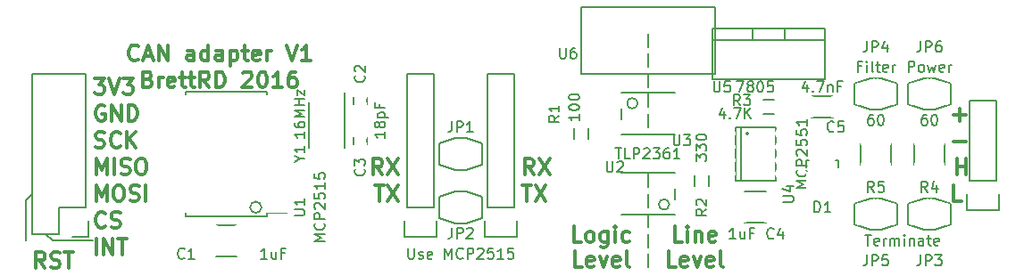
<source format=gto>
G04 #@! TF.FileFunction,Legend,Top*
%FSLAX46Y46*%
G04 Gerber Fmt 4.6, Leading zero omitted, Abs format (unit mm)*
G04 Created by KiCad (PCBNEW 4.0.2+e4-6225~38~ubuntu15.10.1-stable) date Do 16 Jun 2016 10:00:32 CEST*
%MOMM*%
G01*
G04 APERTURE LIST*
%ADD10C,0.100000*%
%ADD11C,0.200000*%
%ADD12C,0.300000*%
%ADD13C,0.150000*%
%ADD14R,2.400000X1.000000*%
%ADD15R,1.400000X0.900000*%
%ADD16O,1.600000X2.200000*%
%ADD17R,1.400000X2.000000*%
%ADD18R,2.432000X2.127200*%
%ADD19O,2.432000X2.127200*%
%ADD20R,1.150000X1.200000*%
%ADD21R,1.400000X2.900000*%
%ADD22R,2.800000X2.400000*%
%ADD23O,1.901140X2.899360*%
%ADD24R,2.900000X1.300000*%
%ADD25R,0.900000X1.300000*%
%ADD26R,1.300000X0.900000*%
%ADD27R,1.600000X1.200000*%
%ADD28R,2.127200X2.127200*%
%ADD29O,2.127200X2.127200*%
%ADD30R,1.200100X2.200860*%
%ADD31O,1.873200X1.009600*%
G04 APERTURE END LIST*
D10*
D11*
X74930000Y-17145000D02*
X74930000Y-16510000D01*
X74930000Y-17780000D02*
X74930000Y-17145000D01*
X74930000Y-19685000D02*
X74930000Y-18415000D01*
X74930000Y-21590000D02*
X74930000Y-20320000D01*
X74930000Y-23495000D02*
X74930000Y-22225000D01*
X74930000Y-25400000D02*
X74930000Y-24130000D01*
X74930000Y-31115000D02*
X74930000Y-29845000D01*
X74930000Y-33020000D02*
X74930000Y-31750000D01*
X74930000Y-34925000D02*
X74930000Y-33655000D01*
X74930000Y-36830000D02*
X74930000Y-35560000D01*
X74930000Y-38735000D02*
X74930000Y-37465000D01*
D12*
X78160715Y-36308571D02*
X77446429Y-36308571D01*
X77446429Y-34808571D01*
X78660715Y-36308571D02*
X78660715Y-35308571D01*
X78660715Y-34808571D02*
X78589286Y-34880000D01*
X78660715Y-34951429D01*
X78732143Y-34880000D01*
X78660715Y-34808571D01*
X78660715Y-34951429D01*
X79375001Y-35308571D02*
X79375001Y-36308571D01*
X79375001Y-35451429D02*
X79446429Y-35380000D01*
X79589287Y-35308571D01*
X79803572Y-35308571D01*
X79946429Y-35380000D01*
X80017858Y-35522857D01*
X80017858Y-36308571D01*
X81303572Y-36237143D02*
X81160715Y-36308571D01*
X80875001Y-36308571D01*
X80732144Y-36237143D01*
X80660715Y-36094286D01*
X80660715Y-35522857D01*
X80732144Y-35380000D01*
X80875001Y-35308571D01*
X81160715Y-35308571D01*
X81303572Y-35380000D01*
X81375001Y-35522857D01*
X81375001Y-35665714D01*
X80660715Y-35808571D01*
X77589287Y-38708571D02*
X76875001Y-38708571D01*
X76875001Y-37208571D01*
X78660715Y-38637143D02*
X78517858Y-38708571D01*
X78232144Y-38708571D01*
X78089287Y-38637143D01*
X78017858Y-38494286D01*
X78017858Y-37922857D01*
X78089287Y-37780000D01*
X78232144Y-37708571D01*
X78517858Y-37708571D01*
X78660715Y-37780000D01*
X78732144Y-37922857D01*
X78732144Y-38065714D01*
X78017858Y-38208571D01*
X79232144Y-37708571D02*
X79589287Y-38708571D01*
X79946429Y-37708571D01*
X81089286Y-38637143D02*
X80946429Y-38708571D01*
X80660715Y-38708571D01*
X80517858Y-38637143D01*
X80446429Y-38494286D01*
X80446429Y-37922857D01*
X80517858Y-37780000D01*
X80660715Y-37708571D01*
X80946429Y-37708571D01*
X81089286Y-37780000D01*
X81160715Y-37922857D01*
X81160715Y-38065714D01*
X80446429Y-38208571D01*
X82017858Y-38708571D02*
X81875000Y-38637143D01*
X81803572Y-38494286D01*
X81803572Y-37208571D01*
X68592143Y-36308571D02*
X67877857Y-36308571D01*
X67877857Y-34808571D01*
X69306429Y-36308571D02*
X69163571Y-36237143D01*
X69092143Y-36165714D01*
X69020714Y-36022857D01*
X69020714Y-35594286D01*
X69092143Y-35451429D01*
X69163571Y-35380000D01*
X69306429Y-35308571D01*
X69520714Y-35308571D01*
X69663571Y-35380000D01*
X69735000Y-35451429D01*
X69806429Y-35594286D01*
X69806429Y-36022857D01*
X69735000Y-36165714D01*
X69663571Y-36237143D01*
X69520714Y-36308571D01*
X69306429Y-36308571D01*
X71092143Y-35308571D02*
X71092143Y-36522857D01*
X71020714Y-36665714D01*
X70949286Y-36737143D01*
X70806429Y-36808571D01*
X70592143Y-36808571D01*
X70449286Y-36737143D01*
X71092143Y-36237143D02*
X70949286Y-36308571D01*
X70663572Y-36308571D01*
X70520714Y-36237143D01*
X70449286Y-36165714D01*
X70377857Y-36022857D01*
X70377857Y-35594286D01*
X70449286Y-35451429D01*
X70520714Y-35380000D01*
X70663572Y-35308571D01*
X70949286Y-35308571D01*
X71092143Y-35380000D01*
X71806429Y-36308571D02*
X71806429Y-35308571D01*
X71806429Y-34808571D02*
X71735000Y-34880000D01*
X71806429Y-34951429D01*
X71877857Y-34880000D01*
X71806429Y-34808571D01*
X71806429Y-34951429D01*
X73163572Y-36237143D02*
X73020715Y-36308571D01*
X72735001Y-36308571D01*
X72592143Y-36237143D01*
X72520715Y-36165714D01*
X72449286Y-36022857D01*
X72449286Y-35594286D01*
X72520715Y-35451429D01*
X72592143Y-35380000D01*
X72735001Y-35308571D01*
X73020715Y-35308571D01*
X73163572Y-35380000D01*
X68699287Y-38708571D02*
X67985001Y-38708571D01*
X67985001Y-37208571D01*
X69770715Y-38637143D02*
X69627858Y-38708571D01*
X69342144Y-38708571D01*
X69199287Y-38637143D01*
X69127858Y-38494286D01*
X69127858Y-37922857D01*
X69199287Y-37780000D01*
X69342144Y-37708571D01*
X69627858Y-37708571D01*
X69770715Y-37780000D01*
X69842144Y-37922857D01*
X69842144Y-38065714D01*
X69127858Y-38208571D01*
X70342144Y-37708571D02*
X70699287Y-38708571D01*
X71056429Y-37708571D01*
X72199286Y-38637143D02*
X72056429Y-38708571D01*
X71770715Y-38708571D01*
X71627858Y-38637143D01*
X71556429Y-38494286D01*
X71556429Y-37922857D01*
X71627858Y-37780000D01*
X71770715Y-37708571D01*
X72056429Y-37708571D01*
X72199286Y-37780000D01*
X72270715Y-37922857D01*
X72270715Y-38065714D01*
X71556429Y-38208571D01*
X73127858Y-38708571D02*
X72985000Y-38637143D01*
X72913572Y-38494286D01*
X72913572Y-37208571D01*
D11*
X18415000Y-36195000D02*
X22225000Y-36195000D01*
X17780000Y-35560000D02*
X18415000Y-36195000D01*
X15875000Y-32385000D02*
X15875000Y-36195000D01*
X16510000Y-31750000D02*
X15875000Y-32385000D01*
D12*
X17724286Y-38778571D02*
X17224286Y-38064286D01*
X16867143Y-38778571D02*
X16867143Y-37278571D01*
X17438571Y-37278571D01*
X17581429Y-37350000D01*
X17652857Y-37421429D01*
X17724286Y-37564286D01*
X17724286Y-37778571D01*
X17652857Y-37921429D01*
X17581429Y-37992857D01*
X17438571Y-38064286D01*
X16867143Y-38064286D01*
X18295714Y-38707143D02*
X18510000Y-38778571D01*
X18867143Y-38778571D01*
X19010000Y-38707143D01*
X19081429Y-38635714D01*
X19152857Y-38492857D01*
X19152857Y-38350000D01*
X19081429Y-38207143D01*
X19010000Y-38135714D01*
X18867143Y-38064286D01*
X18581429Y-37992857D01*
X18438571Y-37921429D01*
X18367143Y-37850000D01*
X18295714Y-37707143D01*
X18295714Y-37564286D01*
X18367143Y-37421429D01*
X18438571Y-37350000D01*
X18581429Y-37278571D01*
X18938571Y-37278571D01*
X19152857Y-37350000D01*
X19581428Y-37278571D02*
X20438571Y-37278571D01*
X20010000Y-38778571D02*
X20010000Y-37278571D01*
X22582143Y-37508571D02*
X22582143Y-36008571D01*
X23296429Y-37508571D02*
X23296429Y-36008571D01*
X24153572Y-37508571D01*
X24153572Y-36008571D01*
X24653572Y-36008571D02*
X25510715Y-36008571D01*
X25082144Y-37508571D02*
X25082144Y-36008571D01*
X23439286Y-34825714D02*
X23367857Y-34897143D01*
X23153571Y-34968571D01*
X23010714Y-34968571D01*
X22796429Y-34897143D01*
X22653571Y-34754286D01*
X22582143Y-34611429D01*
X22510714Y-34325714D01*
X22510714Y-34111429D01*
X22582143Y-33825714D01*
X22653571Y-33682857D01*
X22796429Y-33540000D01*
X23010714Y-33468571D01*
X23153571Y-33468571D01*
X23367857Y-33540000D01*
X23439286Y-33611429D01*
X24010714Y-34897143D02*
X24225000Y-34968571D01*
X24582143Y-34968571D01*
X24725000Y-34897143D01*
X24796429Y-34825714D01*
X24867857Y-34682857D01*
X24867857Y-34540000D01*
X24796429Y-34397143D01*
X24725000Y-34325714D01*
X24582143Y-34254286D01*
X24296429Y-34182857D01*
X24153571Y-34111429D01*
X24082143Y-34040000D01*
X24010714Y-33897143D01*
X24010714Y-33754286D01*
X24082143Y-33611429D01*
X24153571Y-33540000D01*
X24296429Y-33468571D01*
X24653571Y-33468571D01*
X24867857Y-33540000D01*
X22582143Y-32428571D02*
X22582143Y-30928571D01*
X23082143Y-32000000D01*
X23582143Y-30928571D01*
X23582143Y-32428571D01*
X24582143Y-30928571D02*
X24867857Y-30928571D01*
X25010715Y-31000000D01*
X25153572Y-31142857D01*
X25225000Y-31428571D01*
X25225000Y-31928571D01*
X25153572Y-32214286D01*
X25010715Y-32357143D01*
X24867857Y-32428571D01*
X24582143Y-32428571D01*
X24439286Y-32357143D01*
X24296429Y-32214286D01*
X24225000Y-31928571D01*
X24225000Y-31428571D01*
X24296429Y-31142857D01*
X24439286Y-31000000D01*
X24582143Y-30928571D01*
X25796429Y-32357143D02*
X26010715Y-32428571D01*
X26367858Y-32428571D01*
X26510715Y-32357143D01*
X26582144Y-32285714D01*
X26653572Y-32142857D01*
X26653572Y-32000000D01*
X26582144Y-31857143D01*
X26510715Y-31785714D01*
X26367858Y-31714286D01*
X26082144Y-31642857D01*
X25939286Y-31571429D01*
X25867858Y-31500000D01*
X25796429Y-31357143D01*
X25796429Y-31214286D01*
X25867858Y-31071429D01*
X25939286Y-31000000D01*
X26082144Y-30928571D01*
X26439286Y-30928571D01*
X26653572Y-31000000D01*
X27296429Y-32428571D02*
X27296429Y-30928571D01*
X22510714Y-27277143D02*
X22725000Y-27348571D01*
X23082143Y-27348571D01*
X23225000Y-27277143D01*
X23296429Y-27205714D01*
X23367857Y-27062857D01*
X23367857Y-26920000D01*
X23296429Y-26777143D01*
X23225000Y-26705714D01*
X23082143Y-26634286D01*
X22796429Y-26562857D01*
X22653571Y-26491429D01*
X22582143Y-26420000D01*
X22510714Y-26277143D01*
X22510714Y-26134286D01*
X22582143Y-25991429D01*
X22653571Y-25920000D01*
X22796429Y-25848571D01*
X23153571Y-25848571D01*
X23367857Y-25920000D01*
X24867857Y-27205714D02*
X24796428Y-27277143D01*
X24582142Y-27348571D01*
X24439285Y-27348571D01*
X24225000Y-27277143D01*
X24082142Y-27134286D01*
X24010714Y-26991429D01*
X23939285Y-26705714D01*
X23939285Y-26491429D01*
X24010714Y-26205714D01*
X24082142Y-26062857D01*
X24225000Y-25920000D01*
X24439285Y-25848571D01*
X24582142Y-25848571D01*
X24796428Y-25920000D01*
X24867857Y-25991429D01*
X25510714Y-27348571D02*
X25510714Y-25848571D01*
X26367857Y-27348571D02*
X25725000Y-26491429D01*
X26367857Y-25848571D02*
X25510714Y-26705714D01*
X23367857Y-23380000D02*
X23225000Y-23308571D01*
X23010714Y-23308571D01*
X22796429Y-23380000D01*
X22653571Y-23522857D01*
X22582143Y-23665714D01*
X22510714Y-23951429D01*
X22510714Y-24165714D01*
X22582143Y-24451429D01*
X22653571Y-24594286D01*
X22796429Y-24737143D01*
X23010714Y-24808571D01*
X23153571Y-24808571D01*
X23367857Y-24737143D01*
X23439286Y-24665714D01*
X23439286Y-24165714D01*
X23153571Y-24165714D01*
X24082143Y-24808571D02*
X24082143Y-23308571D01*
X24939286Y-24808571D01*
X24939286Y-23308571D01*
X25653572Y-24808571D02*
X25653572Y-23308571D01*
X26010715Y-23308571D01*
X26225000Y-23380000D01*
X26367858Y-23522857D01*
X26439286Y-23665714D01*
X26510715Y-23951429D01*
X26510715Y-24165714D01*
X26439286Y-24451429D01*
X26367858Y-24594286D01*
X26225000Y-24737143D01*
X26010715Y-24808571D01*
X25653572Y-24808571D01*
X22439286Y-20768571D02*
X23367857Y-20768571D01*
X22867857Y-21340000D01*
X23082143Y-21340000D01*
X23225000Y-21411429D01*
X23296429Y-21482857D01*
X23367857Y-21625714D01*
X23367857Y-21982857D01*
X23296429Y-22125714D01*
X23225000Y-22197143D01*
X23082143Y-22268571D01*
X22653571Y-22268571D01*
X22510714Y-22197143D01*
X22439286Y-22125714D01*
X23796428Y-20768571D02*
X24296428Y-22268571D01*
X24796428Y-20768571D01*
X25153571Y-20768571D02*
X26082142Y-20768571D01*
X25582142Y-21340000D01*
X25796428Y-21340000D01*
X25939285Y-21411429D01*
X26010714Y-21482857D01*
X26082142Y-21625714D01*
X26082142Y-21982857D01*
X26010714Y-22125714D01*
X25939285Y-22197143D01*
X25796428Y-22268571D01*
X25367856Y-22268571D01*
X25224999Y-22197143D01*
X25153571Y-22125714D01*
X22582143Y-29888571D02*
X22582143Y-28388571D01*
X23082143Y-29460000D01*
X23582143Y-28388571D01*
X23582143Y-29888571D01*
X24296429Y-29888571D02*
X24296429Y-28388571D01*
X24939286Y-29817143D02*
X25153572Y-29888571D01*
X25510715Y-29888571D01*
X25653572Y-29817143D01*
X25725001Y-29745714D01*
X25796429Y-29602857D01*
X25796429Y-29460000D01*
X25725001Y-29317143D01*
X25653572Y-29245714D01*
X25510715Y-29174286D01*
X25225001Y-29102857D01*
X25082143Y-29031429D01*
X25010715Y-28960000D01*
X24939286Y-28817143D01*
X24939286Y-28674286D01*
X25010715Y-28531429D01*
X25082143Y-28460000D01*
X25225001Y-28388571D01*
X25582143Y-28388571D01*
X25796429Y-28460000D01*
X26725000Y-28388571D02*
X27010714Y-28388571D01*
X27153572Y-28460000D01*
X27296429Y-28602857D01*
X27367857Y-28888571D01*
X27367857Y-29388571D01*
X27296429Y-29674286D01*
X27153572Y-29817143D01*
X27010714Y-29888571D01*
X26725000Y-29888571D01*
X26582143Y-29817143D01*
X26439286Y-29674286D01*
X26367857Y-29388571D01*
X26367857Y-28888571D01*
X26439286Y-28602857D01*
X26582143Y-28460000D01*
X26725000Y-28388571D01*
X26575715Y-18950714D02*
X26504286Y-19022143D01*
X26290000Y-19093571D01*
X26147143Y-19093571D01*
X25932858Y-19022143D01*
X25790000Y-18879286D01*
X25718572Y-18736429D01*
X25647143Y-18450714D01*
X25647143Y-18236429D01*
X25718572Y-17950714D01*
X25790000Y-17807857D01*
X25932858Y-17665000D01*
X26147143Y-17593571D01*
X26290000Y-17593571D01*
X26504286Y-17665000D01*
X26575715Y-17736429D01*
X27147143Y-18665000D02*
X27861429Y-18665000D01*
X27004286Y-19093571D02*
X27504286Y-17593571D01*
X28004286Y-19093571D01*
X28504286Y-19093571D02*
X28504286Y-17593571D01*
X29361429Y-19093571D01*
X29361429Y-17593571D01*
X31861429Y-19093571D02*
X31861429Y-18307857D01*
X31790000Y-18165000D01*
X31647143Y-18093571D01*
X31361429Y-18093571D01*
X31218572Y-18165000D01*
X31861429Y-19022143D02*
X31718572Y-19093571D01*
X31361429Y-19093571D01*
X31218572Y-19022143D01*
X31147143Y-18879286D01*
X31147143Y-18736429D01*
X31218572Y-18593571D01*
X31361429Y-18522143D01*
X31718572Y-18522143D01*
X31861429Y-18450714D01*
X33218572Y-19093571D02*
X33218572Y-17593571D01*
X33218572Y-19022143D02*
X33075715Y-19093571D01*
X32790001Y-19093571D01*
X32647143Y-19022143D01*
X32575715Y-18950714D01*
X32504286Y-18807857D01*
X32504286Y-18379286D01*
X32575715Y-18236429D01*
X32647143Y-18165000D01*
X32790001Y-18093571D01*
X33075715Y-18093571D01*
X33218572Y-18165000D01*
X34575715Y-19093571D02*
X34575715Y-18307857D01*
X34504286Y-18165000D01*
X34361429Y-18093571D01*
X34075715Y-18093571D01*
X33932858Y-18165000D01*
X34575715Y-19022143D02*
X34432858Y-19093571D01*
X34075715Y-19093571D01*
X33932858Y-19022143D01*
X33861429Y-18879286D01*
X33861429Y-18736429D01*
X33932858Y-18593571D01*
X34075715Y-18522143D01*
X34432858Y-18522143D01*
X34575715Y-18450714D01*
X35290001Y-18093571D02*
X35290001Y-19593571D01*
X35290001Y-18165000D02*
X35432858Y-18093571D01*
X35718572Y-18093571D01*
X35861429Y-18165000D01*
X35932858Y-18236429D01*
X36004287Y-18379286D01*
X36004287Y-18807857D01*
X35932858Y-18950714D01*
X35861429Y-19022143D01*
X35718572Y-19093571D01*
X35432858Y-19093571D01*
X35290001Y-19022143D01*
X36432858Y-18093571D02*
X37004287Y-18093571D01*
X36647144Y-17593571D02*
X36647144Y-18879286D01*
X36718572Y-19022143D01*
X36861430Y-19093571D01*
X37004287Y-19093571D01*
X38075715Y-19022143D02*
X37932858Y-19093571D01*
X37647144Y-19093571D01*
X37504287Y-19022143D01*
X37432858Y-18879286D01*
X37432858Y-18307857D01*
X37504287Y-18165000D01*
X37647144Y-18093571D01*
X37932858Y-18093571D01*
X38075715Y-18165000D01*
X38147144Y-18307857D01*
X38147144Y-18450714D01*
X37432858Y-18593571D01*
X38790001Y-19093571D02*
X38790001Y-18093571D01*
X38790001Y-18379286D02*
X38861429Y-18236429D01*
X38932858Y-18165000D01*
X39075715Y-18093571D01*
X39218572Y-18093571D01*
X40647143Y-17593571D02*
X41147143Y-19093571D01*
X41647143Y-17593571D01*
X42932857Y-19093571D02*
X42075714Y-19093571D01*
X42504286Y-19093571D02*
X42504286Y-17593571D01*
X42361429Y-17807857D01*
X42218571Y-17950714D01*
X42075714Y-18022143D01*
X27504287Y-20847857D02*
X27718573Y-20919286D01*
X27790001Y-20990714D01*
X27861430Y-21133571D01*
X27861430Y-21347857D01*
X27790001Y-21490714D01*
X27718573Y-21562143D01*
X27575715Y-21633571D01*
X27004287Y-21633571D01*
X27004287Y-20133571D01*
X27504287Y-20133571D01*
X27647144Y-20205000D01*
X27718573Y-20276429D01*
X27790001Y-20419286D01*
X27790001Y-20562143D01*
X27718573Y-20705000D01*
X27647144Y-20776429D01*
X27504287Y-20847857D01*
X27004287Y-20847857D01*
X28504287Y-21633571D02*
X28504287Y-20633571D01*
X28504287Y-20919286D02*
X28575715Y-20776429D01*
X28647144Y-20705000D01*
X28790001Y-20633571D01*
X28932858Y-20633571D01*
X30004286Y-21562143D02*
X29861429Y-21633571D01*
X29575715Y-21633571D01*
X29432858Y-21562143D01*
X29361429Y-21419286D01*
X29361429Y-20847857D01*
X29432858Y-20705000D01*
X29575715Y-20633571D01*
X29861429Y-20633571D01*
X30004286Y-20705000D01*
X30075715Y-20847857D01*
X30075715Y-20990714D01*
X29361429Y-21133571D01*
X30504286Y-20633571D02*
X31075715Y-20633571D01*
X30718572Y-20133571D02*
X30718572Y-21419286D01*
X30790000Y-21562143D01*
X30932858Y-21633571D01*
X31075715Y-21633571D01*
X31361429Y-20633571D02*
X31932858Y-20633571D01*
X31575715Y-20133571D02*
X31575715Y-21419286D01*
X31647143Y-21562143D01*
X31790001Y-21633571D01*
X31932858Y-21633571D01*
X33290001Y-21633571D02*
X32790001Y-20919286D01*
X32432858Y-21633571D02*
X32432858Y-20133571D01*
X33004286Y-20133571D01*
X33147144Y-20205000D01*
X33218572Y-20276429D01*
X33290001Y-20419286D01*
X33290001Y-20633571D01*
X33218572Y-20776429D01*
X33147144Y-20847857D01*
X33004286Y-20919286D01*
X32432858Y-20919286D01*
X33932858Y-21633571D02*
X33932858Y-20133571D01*
X34290001Y-20133571D01*
X34504286Y-20205000D01*
X34647144Y-20347857D01*
X34718572Y-20490714D01*
X34790001Y-20776429D01*
X34790001Y-20990714D01*
X34718572Y-21276429D01*
X34647144Y-21419286D01*
X34504286Y-21562143D01*
X34290001Y-21633571D01*
X33932858Y-21633571D01*
X36504286Y-20276429D02*
X36575715Y-20205000D01*
X36718572Y-20133571D01*
X37075715Y-20133571D01*
X37218572Y-20205000D01*
X37290001Y-20276429D01*
X37361429Y-20419286D01*
X37361429Y-20562143D01*
X37290001Y-20776429D01*
X36432858Y-21633571D01*
X37361429Y-21633571D01*
X38290000Y-20133571D02*
X38432857Y-20133571D01*
X38575714Y-20205000D01*
X38647143Y-20276429D01*
X38718572Y-20419286D01*
X38790000Y-20705000D01*
X38790000Y-21062143D01*
X38718572Y-21347857D01*
X38647143Y-21490714D01*
X38575714Y-21562143D01*
X38432857Y-21633571D01*
X38290000Y-21633571D01*
X38147143Y-21562143D01*
X38075714Y-21490714D01*
X38004286Y-21347857D01*
X37932857Y-21062143D01*
X37932857Y-20705000D01*
X38004286Y-20419286D01*
X38075714Y-20276429D01*
X38147143Y-20205000D01*
X38290000Y-20133571D01*
X40218571Y-21633571D02*
X39361428Y-21633571D01*
X39790000Y-21633571D02*
X39790000Y-20133571D01*
X39647143Y-20347857D01*
X39504285Y-20490714D01*
X39361428Y-20562143D01*
X41504285Y-20133571D02*
X41218571Y-20133571D01*
X41075714Y-20205000D01*
X41004285Y-20276429D01*
X40861428Y-20490714D01*
X40789999Y-20776429D01*
X40789999Y-21347857D01*
X40861428Y-21490714D01*
X40932856Y-21562143D01*
X41075714Y-21633571D01*
X41361428Y-21633571D01*
X41504285Y-21562143D01*
X41575714Y-21490714D01*
X41647142Y-21347857D01*
X41647142Y-20990714D01*
X41575714Y-20847857D01*
X41504285Y-20776429D01*
X41361428Y-20705000D01*
X41075714Y-20705000D01*
X40932856Y-20776429D01*
X40861428Y-20847857D01*
X40789999Y-20990714D01*
X63007857Y-30928571D02*
X63865000Y-30928571D01*
X63436429Y-32428571D02*
X63436429Y-30928571D01*
X64222143Y-30928571D02*
X65222143Y-32428571D01*
X65222143Y-30928571D02*
X64222143Y-32428571D01*
X64079286Y-29888571D02*
X63579286Y-29174286D01*
X63222143Y-29888571D02*
X63222143Y-28388571D01*
X63793571Y-28388571D01*
X63936429Y-28460000D01*
X64007857Y-28531429D01*
X64079286Y-28674286D01*
X64079286Y-28888571D01*
X64007857Y-29031429D01*
X63936429Y-29102857D01*
X63793571Y-29174286D01*
X63222143Y-29174286D01*
X64579286Y-28388571D02*
X65579286Y-29888571D01*
X65579286Y-28388571D02*
X64579286Y-29888571D01*
X49006429Y-30928571D02*
X49863572Y-30928571D01*
X49435001Y-32428571D02*
X49435001Y-30928571D01*
X50220715Y-30928571D02*
X51220715Y-32428571D01*
X51220715Y-30928571D02*
X50220715Y-32428571D01*
X49720715Y-29888571D02*
X49220715Y-29174286D01*
X48863572Y-29888571D02*
X48863572Y-28388571D01*
X49435000Y-28388571D01*
X49577858Y-28460000D01*
X49649286Y-28531429D01*
X49720715Y-28674286D01*
X49720715Y-28888571D01*
X49649286Y-29031429D01*
X49577858Y-29102857D01*
X49435000Y-29174286D01*
X48863572Y-29174286D01*
X50220715Y-28388571D02*
X51220715Y-29888571D01*
X51220715Y-28388571D02*
X50220715Y-29888571D01*
X104632143Y-32428571D02*
X103917857Y-32428571D01*
X103917857Y-30928571D01*
X104195714Y-29888571D02*
X104195714Y-28388571D01*
X104195714Y-29102857D02*
X105052857Y-29102857D01*
X105052857Y-29888571D02*
X105052857Y-28388571D01*
X103910000Y-26777143D02*
X105052857Y-26777143D01*
X103910000Y-24237143D02*
X105052857Y-24237143D01*
X104481428Y-24808571D02*
X104481428Y-23665714D01*
D13*
X38257815Y-33020000D02*
G75*
G03X38257815Y-33020000I-538815J0D01*
G01*
X38800000Y-33890000D02*
X38800000Y-33545000D01*
X31050000Y-33890000D02*
X31050000Y-33545000D01*
X31050000Y-21990000D02*
X31050000Y-22335000D01*
X38800000Y-21990000D02*
X38800000Y-22335000D01*
X38800000Y-33890000D02*
X31050000Y-33890000D01*
X38800000Y-21990000D02*
X31050000Y-21990000D01*
X38800000Y-33545000D02*
X40625000Y-33545000D01*
X56650000Y-31520000D02*
X57650000Y-31520000D01*
X57650000Y-31520000D02*
X59150000Y-32020000D01*
X59150000Y-32020000D02*
X59150000Y-34020000D01*
X59150000Y-34020000D02*
X57650000Y-34520000D01*
X57650000Y-34520000D02*
X56650000Y-34520000D01*
X56650000Y-34520000D02*
X55150000Y-34020000D01*
X55150000Y-34020000D02*
X55150000Y-32020000D01*
X55150000Y-32020000D02*
X56650000Y-31520000D01*
X56650000Y-26440000D02*
X57650000Y-26440000D01*
X57650000Y-26440000D02*
X59150000Y-26940000D01*
X59150000Y-26940000D02*
X59150000Y-28940000D01*
X59150000Y-28940000D02*
X57650000Y-29440000D01*
X57650000Y-29440000D02*
X56650000Y-29440000D01*
X56650000Y-29440000D02*
X55150000Y-28940000D01*
X55150000Y-28940000D02*
X55150000Y-26940000D01*
X55150000Y-26940000D02*
X56650000Y-26440000D01*
X68580000Y-20320000D02*
X81280000Y-20320000D01*
X81280000Y-20320000D02*
X81280000Y-13970000D01*
X81280000Y-13970000D02*
X68580000Y-13970000D01*
X68580000Y-13970000D02*
X68580000Y-20320000D01*
X92440000Y-22470000D02*
X90440000Y-22470000D01*
X90440000Y-24520000D02*
X92440000Y-24520000D01*
X52070000Y-33020000D02*
X52070000Y-20320000D01*
X52070000Y-20320000D02*
X54610000Y-20320000D01*
X54610000Y-20320000D02*
X54610000Y-33020000D01*
X51790000Y-35840000D02*
X51790000Y-34290000D01*
X52070000Y-33020000D02*
X54610000Y-33020000D01*
X54890000Y-34290000D02*
X54890000Y-35840000D01*
X54890000Y-35840000D02*
X51790000Y-35840000D01*
X48225000Y-26320000D02*
X48225000Y-27020000D01*
X47025000Y-27020000D02*
X47025000Y-26320000D01*
X47025000Y-23210000D02*
X47025000Y-22510000D01*
X48225000Y-22510000D02*
X48225000Y-23210000D01*
X84090000Y-34495000D02*
X86090000Y-34495000D01*
X86090000Y-31545000D02*
X84090000Y-31545000D01*
X33925000Y-37670000D02*
X35925000Y-37670000D01*
X35925000Y-34720000D02*
X33925000Y-34720000D01*
X42750000Y-27365000D02*
X42750000Y-23065000D01*
X46150000Y-22115000D02*
X46150000Y-27365000D01*
X84836000Y-16002000D02*
X84836000Y-17145000D01*
X87884000Y-16002000D02*
X87884000Y-17145000D01*
X91694000Y-17145000D02*
X91694000Y-20828000D01*
X91694000Y-20828000D02*
X81026000Y-20828000D01*
X81026000Y-20828000D02*
X81026000Y-17145000D01*
X91694000Y-16002000D02*
X91694000Y-17145000D01*
X91694000Y-17145000D02*
X81026000Y-17145000D01*
X81026000Y-17145000D02*
X81026000Y-16002000D01*
X86360000Y-16002000D02*
X81026000Y-16002000D01*
X86360000Y-16002000D02*
X91694000Y-16002000D01*
X95045000Y-28940000D02*
X95045000Y-26940000D01*
X97995000Y-26940000D02*
X97995000Y-28940000D01*
X100125000Y-28940000D02*
X100125000Y-26940000D01*
X103075000Y-26940000D02*
X103075000Y-28940000D01*
X86860000Y-24170000D02*
X85860000Y-24170000D01*
X85860000Y-22820000D02*
X86860000Y-22820000D01*
X79335000Y-30980000D02*
X79335000Y-29980000D01*
X80685000Y-29980000D02*
X80685000Y-30980000D01*
X67905000Y-26535000D02*
X67905000Y-25535000D01*
X69255000Y-25535000D02*
X69255000Y-26535000D01*
X73930000Y-23130000D02*
G75*
G03X73930000Y-23130000I-500000J0D01*
G01*
X72430000Y-23630000D02*
X72430000Y-24630000D01*
X77430000Y-26130000D02*
X72430000Y-26130000D01*
X77430000Y-22130000D02*
X72430000Y-22130000D01*
X76930000Y-32750000D02*
G75*
G03X76930000Y-32750000I-500000J0D01*
G01*
X77430000Y-32250000D02*
X77430000Y-31250000D01*
X72430000Y-29750000D02*
X77430000Y-29750000D01*
X72430000Y-33750000D02*
X77430000Y-33750000D01*
X107950000Y-30480000D02*
X107950000Y-22860000D01*
X105410000Y-30480000D02*
X105410000Y-22860000D01*
X105130000Y-33300000D02*
X105130000Y-31750000D01*
X107950000Y-22860000D02*
X105410000Y-22860000D01*
X105410000Y-30480000D02*
X107950000Y-30480000D01*
X108230000Y-31750000D02*
X108230000Y-33300000D01*
X108230000Y-33300000D02*
X105130000Y-33300000D01*
X59690000Y-33020000D02*
X59690000Y-20320000D01*
X59690000Y-20320000D02*
X62230000Y-20320000D01*
X62230000Y-20320000D02*
X62230000Y-33020000D01*
X59410000Y-35840000D02*
X59410000Y-34290000D01*
X59690000Y-33020000D02*
X62230000Y-33020000D01*
X62510000Y-34290000D02*
X62510000Y-35840000D01*
X62510000Y-35840000D02*
X59410000Y-35840000D01*
X16510000Y-20320000D02*
X16510000Y-35560000D01*
X21590000Y-33020000D02*
X21590000Y-20320000D01*
X16510000Y-20320000D02*
X21590000Y-20320000D01*
X16510000Y-35560000D02*
X19050000Y-35560000D01*
X20320000Y-35840000D02*
X21870000Y-35840000D01*
X19050000Y-35560000D02*
X19050000Y-33020000D01*
X19050000Y-33020000D02*
X21590000Y-33020000D01*
X21870000Y-35840000D02*
X21870000Y-34290000D01*
X89940180Y-29260800D02*
X89940180Y-28559760D01*
X89940180Y-28559760D02*
X90189100Y-28559760D01*
X92739160Y-28559760D02*
X92939820Y-28559760D01*
X92939820Y-28559760D02*
X92939820Y-29260800D01*
X84455000Y-26035000D02*
G75*
G03X84455000Y-26035000I-127000J0D01*
G01*
X83693000Y-25400000D02*
X83693000Y-30480000D01*
X86995000Y-25400000D02*
X86995000Y-30480000D01*
X83185000Y-25400000D02*
X83185000Y-30480000D01*
X83185000Y-25400000D02*
X86995000Y-25400000D01*
X83185000Y-30480000D02*
X86995000Y-30480000D01*
X101100000Y-32155000D02*
X102100000Y-32155000D01*
X102100000Y-32155000D02*
X103600000Y-32655000D01*
X103600000Y-32655000D02*
X103600000Y-34655000D01*
X103600000Y-34655000D02*
X102100000Y-35155000D01*
X102100000Y-35155000D02*
X101100000Y-35155000D01*
X101100000Y-35155000D02*
X99600000Y-34655000D01*
X99600000Y-34655000D02*
X99600000Y-32655000D01*
X99600000Y-32655000D02*
X101100000Y-32155000D01*
X97020000Y-23725000D02*
X96020000Y-23725000D01*
X96020000Y-23725000D02*
X94520000Y-23225000D01*
X94520000Y-23225000D02*
X94520000Y-21225000D01*
X94520000Y-21225000D02*
X96020000Y-20725000D01*
X96020000Y-20725000D02*
X97020000Y-20725000D01*
X97020000Y-20725000D02*
X98520000Y-21225000D01*
X98520000Y-21225000D02*
X98520000Y-23225000D01*
X98520000Y-23225000D02*
X97020000Y-23725000D01*
X97020000Y-35155000D02*
X96020000Y-35155000D01*
X96020000Y-35155000D02*
X94520000Y-34655000D01*
X94520000Y-34655000D02*
X94520000Y-32655000D01*
X94520000Y-32655000D02*
X96020000Y-32155000D01*
X96020000Y-32155000D02*
X97020000Y-32155000D01*
X97020000Y-32155000D02*
X98520000Y-32655000D01*
X98520000Y-32655000D02*
X98520000Y-34655000D01*
X98520000Y-34655000D02*
X97020000Y-35155000D01*
X102100000Y-23725000D02*
X101100000Y-23725000D01*
X101100000Y-23725000D02*
X99600000Y-23225000D01*
X99600000Y-23225000D02*
X99600000Y-21225000D01*
X99600000Y-21225000D02*
X101100000Y-20725000D01*
X101100000Y-20725000D02*
X102100000Y-20725000D01*
X102100000Y-20725000D02*
X103600000Y-21225000D01*
X103600000Y-21225000D02*
X103600000Y-23225000D01*
X103600000Y-23225000D02*
X102100000Y-23725000D01*
X41362381Y-33781905D02*
X42171905Y-33781905D01*
X42267143Y-33734286D01*
X42314762Y-33686667D01*
X42362381Y-33591429D01*
X42362381Y-33400952D01*
X42314762Y-33305714D01*
X42267143Y-33258095D01*
X42171905Y-33210476D01*
X41362381Y-33210476D01*
X42362381Y-32210476D02*
X42362381Y-32781905D01*
X42362381Y-32496191D02*
X41362381Y-32496191D01*
X41505238Y-32591429D01*
X41600476Y-32686667D01*
X41648095Y-32781905D01*
X44267381Y-36258095D02*
X43267381Y-36258095D01*
X43981667Y-35924761D01*
X43267381Y-35591428D01*
X44267381Y-35591428D01*
X44172143Y-34543809D02*
X44219762Y-34591428D01*
X44267381Y-34734285D01*
X44267381Y-34829523D01*
X44219762Y-34972381D01*
X44124524Y-35067619D01*
X44029286Y-35115238D01*
X43838810Y-35162857D01*
X43695952Y-35162857D01*
X43505476Y-35115238D01*
X43410238Y-35067619D01*
X43315000Y-34972381D01*
X43267381Y-34829523D01*
X43267381Y-34734285D01*
X43315000Y-34591428D01*
X43362619Y-34543809D01*
X44267381Y-34115238D02*
X43267381Y-34115238D01*
X43267381Y-33734285D01*
X43315000Y-33639047D01*
X43362619Y-33591428D01*
X43457857Y-33543809D01*
X43600714Y-33543809D01*
X43695952Y-33591428D01*
X43743571Y-33639047D01*
X43791190Y-33734285D01*
X43791190Y-34115238D01*
X43362619Y-33162857D02*
X43315000Y-33115238D01*
X43267381Y-33020000D01*
X43267381Y-32781904D01*
X43315000Y-32686666D01*
X43362619Y-32639047D01*
X43457857Y-32591428D01*
X43553095Y-32591428D01*
X43695952Y-32639047D01*
X44267381Y-33210476D01*
X44267381Y-32591428D01*
X43267381Y-31686666D02*
X43267381Y-32162857D01*
X43743571Y-32210476D01*
X43695952Y-32162857D01*
X43648333Y-32067619D01*
X43648333Y-31829523D01*
X43695952Y-31734285D01*
X43743571Y-31686666D01*
X43838810Y-31639047D01*
X44076905Y-31639047D01*
X44172143Y-31686666D01*
X44219762Y-31734285D01*
X44267381Y-31829523D01*
X44267381Y-32067619D01*
X44219762Y-32162857D01*
X44172143Y-32210476D01*
X44267381Y-30686666D02*
X44267381Y-31258095D01*
X44267381Y-30972381D02*
X43267381Y-30972381D01*
X43410238Y-31067619D01*
X43505476Y-31162857D01*
X43553095Y-31258095D01*
X43267381Y-29781904D02*
X43267381Y-30258095D01*
X43743571Y-30305714D01*
X43695952Y-30258095D01*
X43648333Y-30162857D01*
X43648333Y-29924761D01*
X43695952Y-29829523D01*
X43743571Y-29781904D01*
X43838810Y-29734285D01*
X44076905Y-29734285D01*
X44172143Y-29781904D01*
X44219762Y-29829523D01*
X44267381Y-29924761D01*
X44267381Y-30162857D01*
X44219762Y-30258095D01*
X44172143Y-30305714D01*
X56316667Y-34972381D02*
X56316667Y-35686667D01*
X56269047Y-35829524D01*
X56173809Y-35924762D01*
X56030952Y-35972381D01*
X55935714Y-35972381D01*
X56792857Y-35972381D02*
X56792857Y-34972381D01*
X57173810Y-34972381D01*
X57269048Y-35020000D01*
X57316667Y-35067619D01*
X57364286Y-35162857D01*
X57364286Y-35305714D01*
X57316667Y-35400952D01*
X57269048Y-35448571D01*
X57173810Y-35496190D01*
X56792857Y-35496190D01*
X57745238Y-35067619D02*
X57792857Y-35020000D01*
X57888095Y-34972381D01*
X58126191Y-34972381D01*
X58221429Y-35020000D01*
X58269048Y-35067619D01*
X58316667Y-35162857D01*
X58316667Y-35258095D01*
X58269048Y-35400952D01*
X57697619Y-35972381D01*
X58316667Y-35972381D01*
X52173809Y-36917381D02*
X52173809Y-37726905D01*
X52221428Y-37822143D01*
X52269047Y-37869762D01*
X52364285Y-37917381D01*
X52554762Y-37917381D01*
X52650000Y-37869762D01*
X52697619Y-37822143D01*
X52745238Y-37726905D01*
X52745238Y-36917381D01*
X53173809Y-37869762D02*
X53269047Y-37917381D01*
X53459523Y-37917381D01*
X53554762Y-37869762D01*
X53602381Y-37774524D01*
X53602381Y-37726905D01*
X53554762Y-37631667D01*
X53459523Y-37584048D01*
X53316666Y-37584048D01*
X53221428Y-37536429D01*
X53173809Y-37441190D01*
X53173809Y-37393571D01*
X53221428Y-37298333D01*
X53316666Y-37250714D01*
X53459523Y-37250714D01*
X53554762Y-37298333D01*
X54411905Y-37869762D02*
X54316667Y-37917381D01*
X54126190Y-37917381D01*
X54030952Y-37869762D01*
X53983333Y-37774524D01*
X53983333Y-37393571D01*
X54030952Y-37298333D01*
X54126190Y-37250714D01*
X54316667Y-37250714D01*
X54411905Y-37298333D01*
X54459524Y-37393571D01*
X54459524Y-37488810D01*
X53983333Y-37584048D01*
X55650000Y-37917381D02*
X55650000Y-36917381D01*
X55983334Y-37631667D01*
X56316667Y-36917381D01*
X56316667Y-37917381D01*
X57364286Y-37822143D02*
X57316667Y-37869762D01*
X57173810Y-37917381D01*
X57078572Y-37917381D01*
X56935714Y-37869762D01*
X56840476Y-37774524D01*
X56792857Y-37679286D01*
X56745238Y-37488810D01*
X56745238Y-37345952D01*
X56792857Y-37155476D01*
X56840476Y-37060238D01*
X56935714Y-36965000D01*
X57078572Y-36917381D01*
X57173810Y-36917381D01*
X57316667Y-36965000D01*
X57364286Y-37012619D01*
X57792857Y-37917381D02*
X57792857Y-36917381D01*
X58173810Y-36917381D01*
X58269048Y-36965000D01*
X58316667Y-37012619D01*
X58364286Y-37107857D01*
X58364286Y-37250714D01*
X58316667Y-37345952D01*
X58269048Y-37393571D01*
X58173810Y-37441190D01*
X57792857Y-37441190D01*
X58745238Y-37012619D02*
X58792857Y-36965000D01*
X58888095Y-36917381D01*
X59126191Y-36917381D01*
X59221429Y-36965000D01*
X59269048Y-37012619D01*
X59316667Y-37107857D01*
X59316667Y-37203095D01*
X59269048Y-37345952D01*
X58697619Y-37917381D01*
X59316667Y-37917381D01*
X60221429Y-36917381D02*
X59745238Y-36917381D01*
X59697619Y-37393571D01*
X59745238Y-37345952D01*
X59840476Y-37298333D01*
X60078572Y-37298333D01*
X60173810Y-37345952D01*
X60221429Y-37393571D01*
X60269048Y-37488810D01*
X60269048Y-37726905D01*
X60221429Y-37822143D01*
X60173810Y-37869762D01*
X60078572Y-37917381D01*
X59840476Y-37917381D01*
X59745238Y-37869762D01*
X59697619Y-37822143D01*
X61221429Y-37917381D02*
X60650000Y-37917381D01*
X60935714Y-37917381D02*
X60935714Y-36917381D01*
X60840476Y-37060238D01*
X60745238Y-37155476D01*
X60650000Y-37203095D01*
X62126191Y-36917381D02*
X61650000Y-36917381D01*
X61602381Y-37393571D01*
X61650000Y-37345952D01*
X61745238Y-37298333D01*
X61983334Y-37298333D01*
X62078572Y-37345952D01*
X62126191Y-37393571D01*
X62173810Y-37488810D01*
X62173810Y-37726905D01*
X62126191Y-37822143D01*
X62078572Y-37869762D01*
X61983334Y-37917381D01*
X61745238Y-37917381D01*
X61650000Y-37869762D01*
X61602381Y-37822143D01*
X56316667Y-24852381D02*
X56316667Y-25566667D01*
X56269047Y-25709524D01*
X56173809Y-25804762D01*
X56030952Y-25852381D01*
X55935714Y-25852381D01*
X56792857Y-25852381D02*
X56792857Y-24852381D01*
X57173810Y-24852381D01*
X57269048Y-24900000D01*
X57316667Y-24947619D01*
X57364286Y-25042857D01*
X57364286Y-25185714D01*
X57316667Y-25280952D01*
X57269048Y-25328571D01*
X57173810Y-25376190D01*
X56792857Y-25376190D01*
X58316667Y-25852381D02*
X57745238Y-25852381D01*
X58030952Y-25852381D02*
X58030952Y-24852381D01*
X57935714Y-24995238D01*
X57840476Y-25090476D01*
X57745238Y-25138095D01*
X66548095Y-17867381D02*
X66548095Y-18676905D01*
X66595714Y-18772143D01*
X66643333Y-18819762D01*
X66738571Y-18867381D01*
X66929048Y-18867381D01*
X67024286Y-18819762D01*
X67071905Y-18772143D01*
X67119524Y-18676905D01*
X67119524Y-17867381D01*
X68024286Y-17867381D02*
X67833809Y-17867381D01*
X67738571Y-17915000D01*
X67690952Y-17962619D01*
X67595714Y-18105476D01*
X67548095Y-18295952D01*
X67548095Y-18676905D01*
X67595714Y-18772143D01*
X67643333Y-18819762D01*
X67738571Y-18867381D01*
X67929048Y-18867381D01*
X68024286Y-18819762D01*
X68071905Y-18772143D01*
X68119524Y-18676905D01*
X68119524Y-18438810D01*
X68071905Y-18343571D01*
X68024286Y-18295952D01*
X67929048Y-18248333D01*
X67738571Y-18248333D01*
X67643333Y-18295952D01*
X67595714Y-18343571D01*
X67548095Y-18438810D01*
X92543334Y-25757143D02*
X92495715Y-25804762D01*
X92352858Y-25852381D01*
X92257620Y-25852381D01*
X92114762Y-25804762D01*
X92019524Y-25709524D01*
X91971905Y-25614286D01*
X91924286Y-25423810D01*
X91924286Y-25280952D01*
X91971905Y-25090476D01*
X92019524Y-24995238D01*
X92114762Y-24900000D01*
X92257620Y-24852381D01*
X92352858Y-24852381D01*
X92495715Y-24900000D01*
X92543334Y-24947619D01*
X93448096Y-24852381D02*
X92971905Y-24852381D01*
X92924286Y-25328571D01*
X92971905Y-25280952D01*
X93067143Y-25233333D01*
X93305239Y-25233333D01*
X93400477Y-25280952D01*
X93448096Y-25328571D01*
X93495715Y-25423810D01*
X93495715Y-25661905D01*
X93448096Y-25757143D01*
X93400477Y-25804762D01*
X93305239Y-25852381D01*
X93067143Y-25852381D01*
X92971905Y-25804762D01*
X92924286Y-25757143D01*
X90035239Y-21375714D02*
X90035239Y-22042381D01*
X89797143Y-20994762D02*
X89559048Y-21709048D01*
X90178096Y-21709048D01*
X90559048Y-21947143D02*
X90606667Y-21994762D01*
X90559048Y-22042381D01*
X90511429Y-21994762D01*
X90559048Y-21947143D01*
X90559048Y-22042381D01*
X90940000Y-21042381D02*
X91606667Y-21042381D01*
X91178095Y-22042381D01*
X91987619Y-21375714D02*
X91987619Y-22042381D01*
X91987619Y-21470952D02*
X92035238Y-21423333D01*
X92130476Y-21375714D01*
X92273334Y-21375714D01*
X92368572Y-21423333D01*
X92416191Y-21518571D01*
X92416191Y-22042381D01*
X93225715Y-21518571D02*
X92892381Y-21518571D01*
X92892381Y-22042381D02*
X92892381Y-21042381D01*
X93368572Y-21042381D01*
X47982143Y-29376666D02*
X48029762Y-29424285D01*
X48077381Y-29567142D01*
X48077381Y-29662380D01*
X48029762Y-29805238D01*
X47934524Y-29900476D01*
X47839286Y-29948095D01*
X47648810Y-29995714D01*
X47505952Y-29995714D01*
X47315476Y-29948095D01*
X47220238Y-29900476D01*
X47125000Y-29805238D01*
X47077381Y-29662380D01*
X47077381Y-29567142D01*
X47125000Y-29424285D01*
X47172619Y-29376666D01*
X47077381Y-29043333D02*
X47077381Y-28424285D01*
X47458333Y-28757619D01*
X47458333Y-28614761D01*
X47505952Y-28519523D01*
X47553571Y-28471904D01*
X47648810Y-28424285D01*
X47886905Y-28424285D01*
X47982143Y-28471904D01*
X48029762Y-28519523D01*
X48077381Y-28614761D01*
X48077381Y-28900476D01*
X48029762Y-28995714D01*
X47982143Y-29043333D01*
X47982143Y-20486666D02*
X48029762Y-20534285D01*
X48077381Y-20677142D01*
X48077381Y-20772380D01*
X48029762Y-20915238D01*
X47934524Y-21010476D01*
X47839286Y-21058095D01*
X47648810Y-21105714D01*
X47505952Y-21105714D01*
X47315476Y-21058095D01*
X47220238Y-21010476D01*
X47125000Y-20915238D01*
X47077381Y-20772380D01*
X47077381Y-20677142D01*
X47125000Y-20534285D01*
X47172619Y-20486666D01*
X47172619Y-20105714D02*
X47125000Y-20058095D01*
X47077381Y-19962857D01*
X47077381Y-19724761D01*
X47125000Y-19629523D01*
X47172619Y-19581904D01*
X47267857Y-19534285D01*
X47363095Y-19534285D01*
X47505952Y-19581904D01*
X48077381Y-20153333D01*
X48077381Y-19534285D01*
X49982381Y-25836428D02*
X49982381Y-26407857D01*
X49982381Y-26122143D02*
X48982381Y-26122143D01*
X49125238Y-26217381D01*
X49220476Y-26312619D01*
X49268095Y-26407857D01*
X49410952Y-25265000D02*
X49363333Y-25360238D01*
X49315714Y-25407857D01*
X49220476Y-25455476D01*
X49172857Y-25455476D01*
X49077619Y-25407857D01*
X49030000Y-25360238D01*
X48982381Y-25265000D01*
X48982381Y-25074523D01*
X49030000Y-24979285D01*
X49077619Y-24931666D01*
X49172857Y-24884047D01*
X49220476Y-24884047D01*
X49315714Y-24931666D01*
X49363333Y-24979285D01*
X49410952Y-25074523D01*
X49410952Y-25265000D01*
X49458571Y-25360238D01*
X49506190Y-25407857D01*
X49601429Y-25455476D01*
X49791905Y-25455476D01*
X49887143Y-25407857D01*
X49934762Y-25360238D01*
X49982381Y-25265000D01*
X49982381Y-25074523D01*
X49934762Y-24979285D01*
X49887143Y-24931666D01*
X49791905Y-24884047D01*
X49601429Y-24884047D01*
X49506190Y-24931666D01*
X49458571Y-24979285D01*
X49410952Y-25074523D01*
X49315714Y-24455476D02*
X50315714Y-24455476D01*
X49363333Y-24455476D02*
X49315714Y-24360238D01*
X49315714Y-24169761D01*
X49363333Y-24074523D01*
X49410952Y-24026904D01*
X49506190Y-23979285D01*
X49791905Y-23979285D01*
X49887143Y-24026904D01*
X49934762Y-24074523D01*
X49982381Y-24169761D01*
X49982381Y-24360238D01*
X49934762Y-24455476D01*
X49458571Y-23217380D02*
X49458571Y-23550714D01*
X49982381Y-23550714D02*
X48982381Y-23550714D01*
X48982381Y-23074523D01*
X86828334Y-35917143D02*
X86780715Y-35964762D01*
X86637858Y-36012381D01*
X86542620Y-36012381D01*
X86399762Y-35964762D01*
X86304524Y-35869524D01*
X86256905Y-35774286D01*
X86209286Y-35583810D01*
X86209286Y-35440952D01*
X86256905Y-35250476D01*
X86304524Y-35155238D01*
X86399762Y-35060000D01*
X86542620Y-35012381D01*
X86637858Y-35012381D01*
X86780715Y-35060000D01*
X86828334Y-35107619D01*
X87685477Y-35345714D02*
X87685477Y-36012381D01*
X87447381Y-34964762D02*
X87209286Y-35679048D01*
X87828334Y-35679048D01*
X83224762Y-36012381D02*
X82653333Y-36012381D01*
X82939047Y-36012381D02*
X82939047Y-35012381D01*
X82843809Y-35155238D01*
X82748571Y-35250476D01*
X82653333Y-35298095D01*
X84081905Y-35345714D02*
X84081905Y-36012381D01*
X83653333Y-35345714D02*
X83653333Y-35869524D01*
X83700952Y-35964762D01*
X83796190Y-36012381D01*
X83939048Y-36012381D01*
X84034286Y-35964762D01*
X84081905Y-35917143D01*
X84891429Y-35488571D02*
X84558095Y-35488571D01*
X84558095Y-36012381D02*
X84558095Y-35012381D01*
X85034286Y-35012381D01*
X30948334Y-37822143D02*
X30900715Y-37869762D01*
X30757858Y-37917381D01*
X30662620Y-37917381D01*
X30519762Y-37869762D01*
X30424524Y-37774524D01*
X30376905Y-37679286D01*
X30329286Y-37488810D01*
X30329286Y-37345952D01*
X30376905Y-37155476D01*
X30424524Y-37060238D01*
X30519762Y-36965000D01*
X30662620Y-36917381D01*
X30757858Y-36917381D01*
X30900715Y-36965000D01*
X30948334Y-37012619D01*
X31900715Y-37917381D02*
X31329286Y-37917381D01*
X31615000Y-37917381D02*
X31615000Y-36917381D01*
X31519762Y-37060238D01*
X31424524Y-37155476D01*
X31329286Y-37203095D01*
X38774762Y-37917381D02*
X38203333Y-37917381D01*
X38489047Y-37917381D02*
X38489047Y-36917381D01*
X38393809Y-37060238D01*
X38298571Y-37155476D01*
X38203333Y-37203095D01*
X39631905Y-37250714D02*
X39631905Y-37917381D01*
X39203333Y-37250714D02*
X39203333Y-37774524D01*
X39250952Y-37869762D01*
X39346190Y-37917381D01*
X39489048Y-37917381D01*
X39584286Y-37869762D01*
X39631905Y-37822143D01*
X40441429Y-37393571D02*
X40108095Y-37393571D01*
X40108095Y-37917381D02*
X40108095Y-36917381D01*
X40584286Y-36917381D01*
X41886190Y-28416191D02*
X42362381Y-28416191D01*
X41362381Y-28749524D02*
X41886190Y-28416191D01*
X41362381Y-28082857D01*
X42362381Y-27225714D02*
X42362381Y-27797143D01*
X42362381Y-27511429D02*
X41362381Y-27511429D01*
X41505238Y-27606667D01*
X41600476Y-27701905D01*
X41648095Y-27797143D01*
X42362381Y-25820476D02*
X42362381Y-26391905D01*
X42362381Y-26106191D02*
X41362381Y-26106191D01*
X41505238Y-26201429D01*
X41600476Y-26296667D01*
X41648095Y-26391905D01*
X41362381Y-24963333D02*
X41362381Y-25153810D01*
X41410000Y-25249048D01*
X41457619Y-25296667D01*
X41600476Y-25391905D01*
X41790952Y-25439524D01*
X42171905Y-25439524D01*
X42267143Y-25391905D01*
X42314762Y-25344286D01*
X42362381Y-25249048D01*
X42362381Y-25058571D01*
X42314762Y-24963333D01*
X42267143Y-24915714D01*
X42171905Y-24868095D01*
X41933810Y-24868095D01*
X41838571Y-24915714D01*
X41790952Y-24963333D01*
X41743333Y-25058571D01*
X41743333Y-25249048D01*
X41790952Y-25344286D01*
X41838571Y-25391905D01*
X41933810Y-25439524D01*
X42362381Y-24439524D02*
X41362381Y-24439524D01*
X42076667Y-24106190D01*
X41362381Y-23772857D01*
X42362381Y-23772857D01*
X42362381Y-23296667D02*
X41362381Y-23296667D01*
X41838571Y-23296667D02*
X41838571Y-22725238D01*
X42362381Y-22725238D02*
X41362381Y-22725238D01*
X41695714Y-22344286D02*
X41695714Y-21820476D01*
X42362381Y-22344286D01*
X42362381Y-21820476D01*
X81153095Y-21042381D02*
X81153095Y-21851905D01*
X81200714Y-21947143D01*
X81248333Y-21994762D01*
X81343571Y-22042381D01*
X81534048Y-22042381D01*
X81629286Y-21994762D01*
X81676905Y-21947143D01*
X81724524Y-21851905D01*
X81724524Y-21042381D01*
X82676905Y-21042381D02*
X82200714Y-21042381D01*
X82153095Y-21518571D01*
X82200714Y-21470952D01*
X82295952Y-21423333D01*
X82534048Y-21423333D01*
X82629286Y-21470952D01*
X82676905Y-21518571D01*
X82724524Y-21613810D01*
X82724524Y-21851905D01*
X82676905Y-21947143D01*
X82629286Y-21994762D01*
X82534048Y-22042381D01*
X82295952Y-22042381D01*
X82200714Y-21994762D01*
X82153095Y-21947143D01*
X83328095Y-21042381D02*
X83994762Y-21042381D01*
X83566190Y-22042381D01*
X84518571Y-21470952D02*
X84423333Y-21423333D01*
X84375714Y-21375714D01*
X84328095Y-21280476D01*
X84328095Y-21232857D01*
X84375714Y-21137619D01*
X84423333Y-21090000D01*
X84518571Y-21042381D01*
X84709048Y-21042381D01*
X84804286Y-21090000D01*
X84851905Y-21137619D01*
X84899524Y-21232857D01*
X84899524Y-21280476D01*
X84851905Y-21375714D01*
X84804286Y-21423333D01*
X84709048Y-21470952D01*
X84518571Y-21470952D01*
X84423333Y-21518571D01*
X84375714Y-21566190D01*
X84328095Y-21661429D01*
X84328095Y-21851905D01*
X84375714Y-21947143D01*
X84423333Y-21994762D01*
X84518571Y-22042381D01*
X84709048Y-22042381D01*
X84804286Y-21994762D01*
X84851905Y-21947143D01*
X84899524Y-21851905D01*
X84899524Y-21661429D01*
X84851905Y-21566190D01*
X84804286Y-21518571D01*
X84709048Y-21470952D01*
X85518571Y-21042381D02*
X85613810Y-21042381D01*
X85709048Y-21090000D01*
X85756667Y-21137619D01*
X85804286Y-21232857D01*
X85851905Y-21423333D01*
X85851905Y-21661429D01*
X85804286Y-21851905D01*
X85756667Y-21947143D01*
X85709048Y-21994762D01*
X85613810Y-22042381D01*
X85518571Y-22042381D01*
X85423333Y-21994762D01*
X85375714Y-21947143D01*
X85328095Y-21851905D01*
X85280476Y-21661429D01*
X85280476Y-21423333D01*
X85328095Y-21232857D01*
X85375714Y-21137619D01*
X85423333Y-21090000D01*
X85518571Y-21042381D01*
X86756667Y-21042381D02*
X86280476Y-21042381D01*
X86232857Y-21518571D01*
X86280476Y-21470952D01*
X86375714Y-21423333D01*
X86613810Y-21423333D01*
X86709048Y-21470952D01*
X86756667Y-21518571D01*
X86804286Y-21613810D01*
X86804286Y-21851905D01*
X86756667Y-21947143D01*
X86709048Y-21994762D01*
X86613810Y-22042381D01*
X86375714Y-22042381D01*
X86280476Y-21994762D01*
X86232857Y-21947143D01*
X96353334Y-31567381D02*
X96020000Y-31091190D01*
X95781905Y-31567381D02*
X95781905Y-30567381D01*
X96162858Y-30567381D01*
X96258096Y-30615000D01*
X96305715Y-30662619D01*
X96353334Y-30757857D01*
X96353334Y-30900714D01*
X96305715Y-30995952D01*
X96258096Y-31043571D01*
X96162858Y-31091190D01*
X95781905Y-31091190D01*
X97258096Y-30567381D02*
X96781905Y-30567381D01*
X96734286Y-31043571D01*
X96781905Y-30995952D01*
X96877143Y-30948333D01*
X97115239Y-30948333D01*
X97210477Y-30995952D01*
X97258096Y-31043571D01*
X97305715Y-31138810D01*
X97305715Y-31376905D01*
X97258096Y-31472143D01*
X97210477Y-31519762D01*
X97115239Y-31567381D01*
X96877143Y-31567381D01*
X96781905Y-31519762D01*
X96734286Y-31472143D01*
X96234286Y-24217381D02*
X96043809Y-24217381D01*
X95948571Y-24265000D01*
X95900952Y-24312619D01*
X95805714Y-24455476D01*
X95758095Y-24645952D01*
X95758095Y-25026905D01*
X95805714Y-25122143D01*
X95853333Y-25169762D01*
X95948571Y-25217381D01*
X96139048Y-25217381D01*
X96234286Y-25169762D01*
X96281905Y-25122143D01*
X96329524Y-25026905D01*
X96329524Y-24788810D01*
X96281905Y-24693571D01*
X96234286Y-24645952D01*
X96139048Y-24598333D01*
X95948571Y-24598333D01*
X95853333Y-24645952D01*
X95805714Y-24693571D01*
X95758095Y-24788810D01*
X96948571Y-24217381D02*
X97043810Y-24217381D01*
X97139048Y-24265000D01*
X97186667Y-24312619D01*
X97234286Y-24407857D01*
X97281905Y-24598333D01*
X97281905Y-24836429D01*
X97234286Y-25026905D01*
X97186667Y-25122143D01*
X97139048Y-25169762D01*
X97043810Y-25217381D01*
X96948571Y-25217381D01*
X96853333Y-25169762D01*
X96805714Y-25122143D01*
X96758095Y-25026905D01*
X96710476Y-24836429D01*
X96710476Y-24598333D01*
X96758095Y-24407857D01*
X96805714Y-24312619D01*
X96853333Y-24265000D01*
X96948571Y-24217381D01*
X101433334Y-31567381D02*
X101100000Y-31091190D01*
X100861905Y-31567381D02*
X100861905Y-30567381D01*
X101242858Y-30567381D01*
X101338096Y-30615000D01*
X101385715Y-30662619D01*
X101433334Y-30757857D01*
X101433334Y-30900714D01*
X101385715Y-30995952D01*
X101338096Y-31043571D01*
X101242858Y-31091190D01*
X100861905Y-31091190D01*
X102290477Y-30900714D02*
X102290477Y-31567381D01*
X102052381Y-30519762D02*
X101814286Y-31234048D01*
X102433334Y-31234048D01*
X101314286Y-24217381D02*
X101123809Y-24217381D01*
X101028571Y-24265000D01*
X100980952Y-24312619D01*
X100885714Y-24455476D01*
X100838095Y-24645952D01*
X100838095Y-25026905D01*
X100885714Y-25122143D01*
X100933333Y-25169762D01*
X101028571Y-25217381D01*
X101219048Y-25217381D01*
X101314286Y-25169762D01*
X101361905Y-25122143D01*
X101409524Y-25026905D01*
X101409524Y-24788810D01*
X101361905Y-24693571D01*
X101314286Y-24645952D01*
X101219048Y-24598333D01*
X101028571Y-24598333D01*
X100933333Y-24645952D01*
X100885714Y-24693571D01*
X100838095Y-24788810D01*
X102028571Y-24217381D02*
X102123810Y-24217381D01*
X102219048Y-24265000D01*
X102266667Y-24312619D01*
X102314286Y-24407857D01*
X102361905Y-24598333D01*
X102361905Y-24836429D01*
X102314286Y-25026905D01*
X102266667Y-25122143D01*
X102219048Y-25169762D01*
X102123810Y-25217381D01*
X102028571Y-25217381D01*
X101933333Y-25169762D01*
X101885714Y-25122143D01*
X101838095Y-25026905D01*
X101790476Y-24836429D01*
X101790476Y-24598333D01*
X101838095Y-24407857D01*
X101885714Y-24312619D01*
X101933333Y-24265000D01*
X102028571Y-24217381D01*
X83653334Y-23312381D02*
X83320000Y-22836190D01*
X83081905Y-23312381D02*
X83081905Y-22312381D01*
X83462858Y-22312381D01*
X83558096Y-22360000D01*
X83605715Y-22407619D01*
X83653334Y-22502857D01*
X83653334Y-22645714D01*
X83605715Y-22740952D01*
X83558096Y-22788571D01*
X83462858Y-22836190D01*
X83081905Y-22836190D01*
X83986667Y-22312381D02*
X84605715Y-22312381D01*
X84272381Y-22693333D01*
X84415239Y-22693333D01*
X84510477Y-22740952D01*
X84558096Y-22788571D01*
X84605715Y-22883810D01*
X84605715Y-23121905D01*
X84558096Y-23217143D01*
X84510477Y-23264762D01*
X84415239Y-23312381D01*
X84129524Y-23312381D01*
X84034286Y-23264762D01*
X83986667Y-23217143D01*
X82161191Y-23915714D02*
X82161191Y-24582381D01*
X81923095Y-23534762D02*
X81685000Y-24249048D01*
X82304048Y-24249048D01*
X82685000Y-24487143D02*
X82732619Y-24534762D01*
X82685000Y-24582381D01*
X82637381Y-24534762D01*
X82685000Y-24487143D01*
X82685000Y-24582381D01*
X83065952Y-23582381D02*
X83732619Y-23582381D01*
X83304047Y-24582381D01*
X84113571Y-24582381D02*
X84113571Y-23582381D01*
X84685000Y-24582381D02*
X84256428Y-24010952D01*
X84685000Y-23582381D02*
X84113571Y-24153810D01*
X80462381Y-33186666D02*
X79986190Y-33520000D01*
X80462381Y-33758095D02*
X79462381Y-33758095D01*
X79462381Y-33377142D01*
X79510000Y-33281904D01*
X79557619Y-33234285D01*
X79652857Y-33186666D01*
X79795714Y-33186666D01*
X79890952Y-33234285D01*
X79938571Y-33281904D01*
X79986190Y-33377142D01*
X79986190Y-33758095D01*
X79557619Y-32805714D02*
X79510000Y-32758095D01*
X79462381Y-32662857D01*
X79462381Y-32424761D01*
X79510000Y-32329523D01*
X79557619Y-32281904D01*
X79652857Y-32234285D01*
X79748095Y-32234285D01*
X79890952Y-32281904D01*
X80462381Y-32853333D01*
X80462381Y-32234285D01*
X79462381Y-28590714D02*
X79462381Y-27971666D01*
X79843333Y-28305000D01*
X79843333Y-28162142D01*
X79890952Y-28066904D01*
X79938571Y-28019285D01*
X80033810Y-27971666D01*
X80271905Y-27971666D01*
X80367143Y-28019285D01*
X80414762Y-28066904D01*
X80462381Y-28162142D01*
X80462381Y-28447857D01*
X80414762Y-28543095D01*
X80367143Y-28590714D01*
X79462381Y-27638333D02*
X79462381Y-27019285D01*
X79843333Y-27352619D01*
X79843333Y-27209761D01*
X79890952Y-27114523D01*
X79938571Y-27066904D01*
X80033810Y-27019285D01*
X80271905Y-27019285D01*
X80367143Y-27066904D01*
X80414762Y-27114523D01*
X80462381Y-27209761D01*
X80462381Y-27495476D01*
X80414762Y-27590714D01*
X80367143Y-27638333D01*
X79462381Y-26400238D02*
X79462381Y-26304999D01*
X79510000Y-26209761D01*
X79557619Y-26162142D01*
X79652857Y-26114523D01*
X79843333Y-26066904D01*
X80081429Y-26066904D01*
X80271905Y-26114523D01*
X80367143Y-26162142D01*
X80414762Y-26209761D01*
X80462381Y-26304999D01*
X80462381Y-26400238D01*
X80414762Y-26495476D01*
X80367143Y-26543095D01*
X80271905Y-26590714D01*
X80081429Y-26638333D01*
X79843333Y-26638333D01*
X79652857Y-26590714D01*
X79557619Y-26543095D01*
X79510000Y-26495476D01*
X79462381Y-26400238D01*
X66492381Y-24296666D02*
X66016190Y-24630000D01*
X66492381Y-24868095D02*
X65492381Y-24868095D01*
X65492381Y-24487142D01*
X65540000Y-24391904D01*
X65587619Y-24344285D01*
X65682857Y-24296666D01*
X65825714Y-24296666D01*
X65920952Y-24344285D01*
X65968571Y-24391904D01*
X66016190Y-24487142D01*
X66016190Y-24868095D01*
X66492381Y-23344285D02*
X66492381Y-23915714D01*
X66492381Y-23630000D02*
X65492381Y-23630000D01*
X65635238Y-23725238D01*
X65730476Y-23820476D01*
X65778095Y-23915714D01*
X68397381Y-24161666D02*
X68397381Y-24733095D01*
X68397381Y-24447381D02*
X67397381Y-24447381D01*
X67540238Y-24542619D01*
X67635476Y-24637857D01*
X67683095Y-24733095D01*
X67397381Y-23542619D02*
X67397381Y-23447380D01*
X67445000Y-23352142D01*
X67492619Y-23304523D01*
X67587857Y-23256904D01*
X67778333Y-23209285D01*
X68016429Y-23209285D01*
X68206905Y-23256904D01*
X68302143Y-23304523D01*
X68349762Y-23352142D01*
X68397381Y-23447380D01*
X68397381Y-23542619D01*
X68349762Y-23637857D01*
X68302143Y-23685476D01*
X68206905Y-23733095D01*
X68016429Y-23780714D01*
X67778333Y-23780714D01*
X67587857Y-23733095D01*
X67492619Y-23685476D01*
X67445000Y-23637857D01*
X67397381Y-23542619D01*
X67397381Y-22590238D02*
X67397381Y-22494999D01*
X67445000Y-22399761D01*
X67492619Y-22352142D01*
X67587857Y-22304523D01*
X67778333Y-22256904D01*
X68016429Y-22256904D01*
X68206905Y-22304523D01*
X68302143Y-22352142D01*
X68349762Y-22399761D01*
X68397381Y-22494999D01*
X68397381Y-22590238D01*
X68349762Y-22685476D01*
X68302143Y-22733095D01*
X68206905Y-22780714D01*
X68016429Y-22828333D01*
X67778333Y-22828333D01*
X67587857Y-22780714D01*
X67492619Y-22733095D01*
X67445000Y-22685476D01*
X67397381Y-22590238D01*
X77343095Y-26122381D02*
X77343095Y-26931905D01*
X77390714Y-27027143D01*
X77438333Y-27074762D01*
X77533571Y-27122381D01*
X77724048Y-27122381D01*
X77819286Y-27074762D01*
X77866905Y-27027143D01*
X77914524Y-26931905D01*
X77914524Y-26122381D01*
X78295476Y-26122381D02*
X78914524Y-26122381D01*
X78581190Y-26503333D01*
X78724048Y-26503333D01*
X78819286Y-26550952D01*
X78866905Y-26598571D01*
X78914524Y-26693810D01*
X78914524Y-26931905D01*
X78866905Y-27027143D01*
X78819286Y-27074762D01*
X78724048Y-27122381D01*
X78438333Y-27122381D01*
X78343095Y-27074762D01*
X78295476Y-27027143D01*
X70993095Y-28662381D02*
X70993095Y-29471905D01*
X71040714Y-29567143D01*
X71088333Y-29614762D01*
X71183571Y-29662381D01*
X71374048Y-29662381D01*
X71469286Y-29614762D01*
X71516905Y-29567143D01*
X71564524Y-29471905D01*
X71564524Y-28662381D01*
X71993095Y-28757619D02*
X72040714Y-28710000D01*
X72135952Y-28662381D01*
X72374048Y-28662381D01*
X72469286Y-28710000D01*
X72516905Y-28757619D01*
X72564524Y-28852857D01*
X72564524Y-28948095D01*
X72516905Y-29090952D01*
X71945476Y-29662381D01*
X72564524Y-29662381D01*
X71834762Y-27392381D02*
X72406191Y-27392381D01*
X72120476Y-28392381D02*
X72120476Y-27392381D01*
X73215715Y-28392381D02*
X72739524Y-28392381D01*
X72739524Y-27392381D01*
X73549048Y-28392381D02*
X73549048Y-27392381D01*
X73930001Y-27392381D01*
X74025239Y-27440000D01*
X74072858Y-27487619D01*
X74120477Y-27582857D01*
X74120477Y-27725714D01*
X74072858Y-27820952D01*
X74025239Y-27868571D01*
X73930001Y-27916190D01*
X73549048Y-27916190D01*
X74501429Y-27487619D02*
X74549048Y-27440000D01*
X74644286Y-27392381D01*
X74882382Y-27392381D01*
X74977620Y-27440000D01*
X75025239Y-27487619D01*
X75072858Y-27582857D01*
X75072858Y-27678095D01*
X75025239Y-27820952D01*
X74453810Y-28392381D01*
X75072858Y-28392381D01*
X75406191Y-27392381D02*
X76025239Y-27392381D01*
X75691905Y-27773333D01*
X75834763Y-27773333D01*
X75930001Y-27820952D01*
X75977620Y-27868571D01*
X76025239Y-27963810D01*
X76025239Y-28201905D01*
X75977620Y-28297143D01*
X75930001Y-28344762D01*
X75834763Y-28392381D01*
X75549048Y-28392381D01*
X75453810Y-28344762D01*
X75406191Y-28297143D01*
X76882382Y-27392381D02*
X76691905Y-27392381D01*
X76596667Y-27440000D01*
X76549048Y-27487619D01*
X76453810Y-27630476D01*
X76406191Y-27820952D01*
X76406191Y-28201905D01*
X76453810Y-28297143D01*
X76501429Y-28344762D01*
X76596667Y-28392381D01*
X76787144Y-28392381D01*
X76882382Y-28344762D01*
X76930001Y-28297143D01*
X76977620Y-28201905D01*
X76977620Y-27963810D01*
X76930001Y-27868571D01*
X76882382Y-27820952D01*
X76787144Y-27773333D01*
X76596667Y-27773333D01*
X76501429Y-27820952D01*
X76453810Y-27868571D01*
X76406191Y-27963810D01*
X77930001Y-28392381D02*
X77358572Y-28392381D01*
X77644286Y-28392381D02*
X77644286Y-27392381D01*
X77549048Y-27535238D01*
X77453810Y-27630476D01*
X77358572Y-27678095D01*
X90701905Y-33472381D02*
X90701905Y-32472381D01*
X90940000Y-32472381D01*
X91082858Y-32520000D01*
X91178096Y-32615238D01*
X91225715Y-32710476D01*
X91273334Y-32900952D01*
X91273334Y-33043810D01*
X91225715Y-33234286D01*
X91178096Y-33329524D01*
X91082858Y-33424762D01*
X90940000Y-33472381D01*
X90701905Y-33472381D01*
X92225715Y-33472381D02*
X91654286Y-33472381D01*
X91940000Y-33472381D02*
X91940000Y-32472381D01*
X91844762Y-32615238D01*
X91749524Y-32710476D01*
X91654286Y-32758095D01*
X87717381Y-32511905D02*
X88526905Y-32511905D01*
X88622143Y-32464286D01*
X88669762Y-32416667D01*
X88717381Y-32321429D01*
X88717381Y-32130952D01*
X88669762Y-32035714D01*
X88622143Y-31988095D01*
X88526905Y-31940476D01*
X87717381Y-31940476D01*
X88050714Y-31035714D02*
X88717381Y-31035714D01*
X87669762Y-31273810D02*
X88384048Y-31511905D01*
X88384048Y-30892857D01*
X89987381Y-31178095D02*
X88987381Y-31178095D01*
X89701667Y-30844761D01*
X88987381Y-30511428D01*
X89987381Y-30511428D01*
X89892143Y-29463809D02*
X89939762Y-29511428D01*
X89987381Y-29654285D01*
X89987381Y-29749523D01*
X89939762Y-29892381D01*
X89844524Y-29987619D01*
X89749286Y-30035238D01*
X89558810Y-30082857D01*
X89415952Y-30082857D01*
X89225476Y-30035238D01*
X89130238Y-29987619D01*
X89035000Y-29892381D01*
X88987381Y-29749523D01*
X88987381Y-29654285D01*
X89035000Y-29511428D01*
X89082619Y-29463809D01*
X89987381Y-29035238D02*
X88987381Y-29035238D01*
X88987381Y-28654285D01*
X89035000Y-28559047D01*
X89082619Y-28511428D01*
X89177857Y-28463809D01*
X89320714Y-28463809D01*
X89415952Y-28511428D01*
X89463571Y-28559047D01*
X89511190Y-28654285D01*
X89511190Y-29035238D01*
X89082619Y-28082857D02*
X89035000Y-28035238D01*
X88987381Y-27940000D01*
X88987381Y-27701904D01*
X89035000Y-27606666D01*
X89082619Y-27559047D01*
X89177857Y-27511428D01*
X89273095Y-27511428D01*
X89415952Y-27559047D01*
X89987381Y-28130476D01*
X89987381Y-27511428D01*
X88987381Y-26606666D02*
X88987381Y-27082857D01*
X89463571Y-27130476D01*
X89415952Y-27082857D01*
X89368333Y-26987619D01*
X89368333Y-26749523D01*
X89415952Y-26654285D01*
X89463571Y-26606666D01*
X89558810Y-26559047D01*
X89796905Y-26559047D01*
X89892143Y-26606666D01*
X89939762Y-26654285D01*
X89987381Y-26749523D01*
X89987381Y-26987619D01*
X89939762Y-27082857D01*
X89892143Y-27130476D01*
X88987381Y-25654285D02*
X88987381Y-26130476D01*
X89463571Y-26178095D01*
X89415952Y-26130476D01*
X89368333Y-26035238D01*
X89368333Y-25797142D01*
X89415952Y-25701904D01*
X89463571Y-25654285D01*
X89558810Y-25606666D01*
X89796905Y-25606666D01*
X89892143Y-25654285D01*
X89939762Y-25701904D01*
X89987381Y-25797142D01*
X89987381Y-26035238D01*
X89939762Y-26130476D01*
X89892143Y-26178095D01*
X89987381Y-24654285D02*
X89987381Y-25225714D01*
X89987381Y-24940000D02*
X88987381Y-24940000D01*
X89130238Y-25035238D01*
X89225476Y-25130476D01*
X89273095Y-25225714D01*
X100766667Y-37552381D02*
X100766667Y-38266667D01*
X100719047Y-38409524D01*
X100623809Y-38504762D01*
X100480952Y-38552381D01*
X100385714Y-38552381D01*
X101242857Y-38552381D02*
X101242857Y-37552381D01*
X101623810Y-37552381D01*
X101719048Y-37600000D01*
X101766667Y-37647619D01*
X101814286Y-37742857D01*
X101814286Y-37885714D01*
X101766667Y-37980952D01*
X101719048Y-38028571D01*
X101623810Y-38076190D01*
X101242857Y-38076190D01*
X102147619Y-37552381D02*
X102766667Y-37552381D01*
X102433333Y-37933333D01*
X102576191Y-37933333D01*
X102671429Y-37980952D01*
X102719048Y-38028571D01*
X102766667Y-38123810D01*
X102766667Y-38361905D01*
X102719048Y-38457143D01*
X102671429Y-38504762D01*
X102576191Y-38552381D01*
X102290476Y-38552381D01*
X102195238Y-38504762D01*
X102147619Y-38457143D01*
X95512381Y-35647381D02*
X96083810Y-35647381D01*
X95798095Y-36647381D02*
X95798095Y-35647381D01*
X96798096Y-36599762D02*
X96702858Y-36647381D01*
X96512381Y-36647381D01*
X96417143Y-36599762D01*
X96369524Y-36504524D01*
X96369524Y-36123571D01*
X96417143Y-36028333D01*
X96512381Y-35980714D01*
X96702858Y-35980714D01*
X96798096Y-36028333D01*
X96845715Y-36123571D01*
X96845715Y-36218810D01*
X96369524Y-36314048D01*
X97274286Y-36647381D02*
X97274286Y-35980714D01*
X97274286Y-36171190D02*
X97321905Y-36075952D01*
X97369524Y-36028333D01*
X97464762Y-35980714D01*
X97560001Y-35980714D01*
X97893334Y-36647381D02*
X97893334Y-35980714D01*
X97893334Y-36075952D02*
X97940953Y-36028333D01*
X98036191Y-35980714D01*
X98179049Y-35980714D01*
X98274287Y-36028333D01*
X98321906Y-36123571D01*
X98321906Y-36647381D01*
X98321906Y-36123571D02*
X98369525Y-36028333D01*
X98464763Y-35980714D01*
X98607620Y-35980714D01*
X98702858Y-36028333D01*
X98750477Y-36123571D01*
X98750477Y-36647381D01*
X99226667Y-36647381D02*
X99226667Y-35980714D01*
X99226667Y-35647381D02*
X99179048Y-35695000D01*
X99226667Y-35742619D01*
X99274286Y-35695000D01*
X99226667Y-35647381D01*
X99226667Y-35742619D01*
X99702857Y-35980714D02*
X99702857Y-36647381D01*
X99702857Y-36075952D02*
X99750476Y-36028333D01*
X99845714Y-35980714D01*
X99988572Y-35980714D01*
X100083810Y-36028333D01*
X100131429Y-36123571D01*
X100131429Y-36647381D01*
X101036191Y-36647381D02*
X101036191Y-36123571D01*
X100988572Y-36028333D01*
X100893334Y-35980714D01*
X100702857Y-35980714D01*
X100607619Y-36028333D01*
X101036191Y-36599762D02*
X100940953Y-36647381D01*
X100702857Y-36647381D01*
X100607619Y-36599762D01*
X100560000Y-36504524D01*
X100560000Y-36409286D01*
X100607619Y-36314048D01*
X100702857Y-36266429D01*
X100940953Y-36266429D01*
X101036191Y-36218810D01*
X101369524Y-35980714D02*
X101750476Y-35980714D01*
X101512381Y-35647381D02*
X101512381Y-36504524D01*
X101560000Y-36599762D01*
X101655238Y-36647381D01*
X101750476Y-36647381D01*
X102464763Y-36599762D02*
X102369525Y-36647381D01*
X102179048Y-36647381D01*
X102083810Y-36599762D01*
X102036191Y-36504524D01*
X102036191Y-36123571D01*
X102083810Y-36028333D01*
X102179048Y-35980714D01*
X102369525Y-35980714D01*
X102464763Y-36028333D01*
X102512382Y-36123571D01*
X102512382Y-36218810D01*
X102036191Y-36314048D01*
X95686667Y-17232381D02*
X95686667Y-17946667D01*
X95639047Y-18089524D01*
X95543809Y-18184762D01*
X95400952Y-18232381D01*
X95305714Y-18232381D01*
X96162857Y-18232381D02*
X96162857Y-17232381D01*
X96543810Y-17232381D01*
X96639048Y-17280000D01*
X96686667Y-17327619D01*
X96734286Y-17422857D01*
X96734286Y-17565714D01*
X96686667Y-17660952D01*
X96639048Y-17708571D01*
X96543810Y-17756190D01*
X96162857Y-17756190D01*
X97591429Y-17565714D02*
X97591429Y-18232381D01*
X97353333Y-17184762D02*
X97115238Y-17899048D01*
X97734286Y-17899048D01*
X95139048Y-19613571D02*
X94805714Y-19613571D01*
X94805714Y-20137381D02*
X94805714Y-19137381D01*
X95281905Y-19137381D01*
X95662857Y-20137381D02*
X95662857Y-19470714D01*
X95662857Y-19137381D02*
X95615238Y-19185000D01*
X95662857Y-19232619D01*
X95710476Y-19185000D01*
X95662857Y-19137381D01*
X95662857Y-19232619D01*
X96281904Y-20137381D02*
X96186666Y-20089762D01*
X96139047Y-19994524D01*
X96139047Y-19137381D01*
X96520000Y-19470714D02*
X96900952Y-19470714D01*
X96662857Y-19137381D02*
X96662857Y-19994524D01*
X96710476Y-20089762D01*
X96805714Y-20137381D01*
X96900952Y-20137381D01*
X97615239Y-20089762D02*
X97520001Y-20137381D01*
X97329524Y-20137381D01*
X97234286Y-20089762D01*
X97186667Y-19994524D01*
X97186667Y-19613571D01*
X97234286Y-19518333D01*
X97329524Y-19470714D01*
X97520001Y-19470714D01*
X97615239Y-19518333D01*
X97662858Y-19613571D01*
X97662858Y-19708810D01*
X97186667Y-19804048D01*
X98091429Y-20137381D02*
X98091429Y-19470714D01*
X98091429Y-19661190D02*
X98139048Y-19565952D01*
X98186667Y-19518333D01*
X98281905Y-19470714D01*
X98377144Y-19470714D01*
X95686667Y-37552381D02*
X95686667Y-38266667D01*
X95639047Y-38409524D01*
X95543809Y-38504762D01*
X95400952Y-38552381D01*
X95305714Y-38552381D01*
X96162857Y-38552381D02*
X96162857Y-37552381D01*
X96543810Y-37552381D01*
X96639048Y-37600000D01*
X96686667Y-37647619D01*
X96734286Y-37742857D01*
X96734286Y-37885714D01*
X96686667Y-37980952D01*
X96639048Y-38028571D01*
X96543810Y-38076190D01*
X96162857Y-38076190D01*
X97639048Y-37552381D02*
X97162857Y-37552381D01*
X97115238Y-38028571D01*
X97162857Y-37980952D01*
X97258095Y-37933333D01*
X97496191Y-37933333D01*
X97591429Y-37980952D01*
X97639048Y-38028571D01*
X97686667Y-38123810D01*
X97686667Y-38361905D01*
X97639048Y-38457143D01*
X97591429Y-38504762D01*
X97496191Y-38552381D01*
X97258095Y-38552381D01*
X97162857Y-38504762D01*
X97115238Y-38457143D01*
X100766667Y-17232381D02*
X100766667Y-17946667D01*
X100719047Y-18089524D01*
X100623809Y-18184762D01*
X100480952Y-18232381D01*
X100385714Y-18232381D01*
X101242857Y-18232381D02*
X101242857Y-17232381D01*
X101623810Y-17232381D01*
X101719048Y-17280000D01*
X101766667Y-17327619D01*
X101814286Y-17422857D01*
X101814286Y-17565714D01*
X101766667Y-17660952D01*
X101719048Y-17708571D01*
X101623810Y-17756190D01*
X101242857Y-17756190D01*
X102671429Y-17232381D02*
X102480952Y-17232381D01*
X102385714Y-17280000D01*
X102338095Y-17327619D01*
X102242857Y-17470476D01*
X102195238Y-17660952D01*
X102195238Y-18041905D01*
X102242857Y-18137143D01*
X102290476Y-18184762D01*
X102385714Y-18232381D01*
X102576191Y-18232381D01*
X102671429Y-18184762D01*
X102719048Y-18137143D01*
X102766667Y-18041905D01*
X102766667Y-17803810D01*
X102719048Y-17708571D01*
X102671429Y-17660952D01*
X102576191Y-17613333D01*
X102385714Y-17613333D01*
X102290476Y-17660952D01*
X102242857Y-17708571D01*
X102195238Y-17803810D01*
X99623809Y-20137381D02*
X99623809Y-19137381D01*
X100004762Y-19137381D01*
X100100000Y-19185000D01*
X100147619Y-19232619D01*
X100195238Y-19327857D01*
X100195238Y-19470714D01*
X100147619Y-19565952D01*
X100100000Y-19613571D01*
X100004762Y-19661190D01*
X99623809Y-19661190D01*
X100766666Y-20137381D02*
X100671428Y-20089762D01*
X100623809Y-20042143D01*
X100576190Y-19946905D01*
X100576190Y-19661190D01*
X100623809Y-19565952D01*
X100671428Y-19518333D01*
X100766666Y-19470714D01*
X100909524Y-19470714D01*
X101004762Y-19518333D01*
X101052381Y-19565952D01*
X101100000Y-19661190D01*
X101100000Y-19946905D01*
X101052381Y-20042143D01*
X101004762Y-20089762D01*
X100909524Y-20137381D01*
X100766666Y-20137381D01*
X101433333Y-19470714D02*
X101623809Y-20137381D01*
X101814286Y-19661190D01*
X102004762Y-20137381D01*
X102195238Y-19470714D01*
X102957143Y-20089762D02*
X102861905Y-20137381D01*
X102671428Y-20137381D01*
X102576190Y-20089762D01*
X102528571Y-19994524D01*
X102528571Y-19613571D01*
X102576190Y-19518333D01*
X102671428Y-19470714D01*
X102861905Y-19470714D01*
X102957143Y-19518333D01*
X103004762Y-19613571D01*
X103004762Y-19708810D01*
X102528571Y-19804048D01*
X103433333Y-20137381D02*
X103433333Y-19470714D01*
X103433333Y-19661190D02*
X103480952Y-19565952D01*
X103528571Y-19518333D01*
X103623809Y-19470714D01*
X103719048Y-19470714D01*
%LPC*%
D14*
X39625000Y-33020000D03*
X39625000Y-31750000D03*
X39625000Y-30480000D03*
X39625000Y-29210000D03*
X39625000Y-27940000D03*
X39625000Y-26670000D03*
X39625000Y-25400000D03*
X39625000Y-24130000D03*
X39625000Y-22860000D03*
X30225000Y-22860000D03*
X30225000Y-24130000D03*
X30225000Y-25400000D03*
X30225000Y-26670000D03*
X30225000Y-27940000D03*
X30225000Y-29210000D03*
X30225000Y-30480000D03*
X30225000Y-31750000D03*
X30225000Y-33020000D03*
D10*
G36*
X55200000Y-33970000D02*
X55200000Y-32070000D01*
X57100000Y-31570000D01*
X57100000Y-34470000D01*
X55200000Y-33970000D01*
X55200000Y-33970000D01*
G37*
G36*
X57200000Y-34470000D02*
X57200000Y-31570000D01*
X59100000Y-32070000D01*
X59100000Y-33970000D01*
X57200000Y-34470000D01*
X57200000Y-34470000D01*
G37*
D15*
X57150000Y-33020000D03*
D10*
G36*
X55200000Y-28890000D02*
X55200000Y-26990000D01*
X57100000Y-26490000D01*
X57100000Y-29390000D01*
X55200000Y-28890000D01*
X55200000Y-28890000D01*
G37*
G36*
X57200000Y-29390000D02*
X57200000Y-26490000D01*
X59100000Y-26990000D01*
X59100000Y-28890000D01*
X57200000Y-29390000D01*
X57200000Y-29390000D01*
G37*
D15*
X57150000Y-27940000D03*
D16*
X71120000Y-19050000D03*
X73660000Y-19050000D03*
X76200000Y-19050000D03*
X78740000Y-19050000D03*
D17*
X89940000Y-23495000D03*
X92940000Y-23495000D03*
D18*
X53340000Y-34290000D03*
D19*
X53340000Y-31750000D03*
X53340000Y-29210000D03*
X53340000Y-26670000D03*
X53340000Y-24130000D03*
X53340000Y-21590000D03*
D20*
X47625000Y-25920000D03*
X47625000Y-27420000D03*
X47625000Y-23610000D03*
X47625000Y-22110000D03*
D21*
X86590000Y-33020000D03*
X83590000Y-33020000D03*
X36425000Y-36195000D03*
X33425000Y-36195000D03*
D22*
X44450000Y-22715000D03*
X44450000Y-26815000D03*
D23*
X86360000Y-19050000D03*
X83820000Y-19050000D03*
X88900000Y-19050000D03*
D24*
X96520000Y-26490000D03*
X96520000Y-29390000D03*
X101600000Y-26490000D03*
X101600000Y-29390000D03*
D25*
X85610000Y-23495000D03*
X87110000Y-23495000D03*
D26*
X80010000Y-29730000D03*
X80010000Y-31230000D03*
X68580000Y-25285000D03*
X68580000Y-26785000D03*
D27*
X71780000Y-22860000D03*
X71780000Y-25400000D03*
X78080000Y-25400000D03*
X78080000Y-24130000D03*
X78080000Y-22860000D03*
X78080000Y-33020000D03*
X78080000Y-30480000D03*
X71780000Y-30480000D03*
X71780000Y-31750000D03*
X71780000Y-33020000D03*
D18*
X106680000Y-31750000D03*
D19*
X106680000Y-29210000D03*
X106680000Y-26670000D03*
X106680000Y-24130000D03*
D18*
X60960000Y-34290000D03*
D19*
X60960000Y-31750000D03*
X60960000Y-29210000D03*
X60960000Y-26670000D03*
X60960000Y-24130000D03*
X60960000Y-21590000D03*
D28*
X20320000Y-34290000D03*
D29*
X17780000Y-34290000D03*
X20320000Y-31750000D03*
X17780000Y-31750000D03*
X20320000Y-29210000D03*
X17780000Y-29210000D03*
X20320000Y-26670000D03*
X17780000Y-26670000D03*
X20320000Y-24130000D03*
X17780000Y-24130000D03*
X20320000Y-21590000D03*
X17780000Y-21590000D03*
D30*
X90490000Y-30711140D03*
X92390000Y-30711140D03*
X91440000Y-27708860D03*
D31*
X82296000Y-26035000D03*
X82296000Y-27305000D03*
X82296000Y-28575000D03*
X82296000Y-29845000D03*
X87884000Y-29845000D03*
X87884000Y-28575000D03*
X87884000Y-27305000D03*
X87884000Y-26035000D03*
D10*
G36*
X99650000Y-34605000D02*
X99650000Y-32705000D01*
X101550000Y-32205000D01*
X101550000Y-35105000D01*
X99650000Y-34605000D01*
X99650000Y-34605000D01*
G37*
G36*
X101650000Y-35105000D02*
X101650000Y-32205000D01*
X103550000Y-32705000D01*
X103550000Y-34605000D01*
X101650000Y-35105000D01*
X101650000Y-35105000D01*
G37*
G36*
X98470000Y-21275000D02*
X98470000Y-23175000D01*
X96570000Y-23675000D01*
X96570000Y-20775000D01*
X98470000Y-21275000D01*
X98470000Y-21275000D01*
G37*
G36*
X96470000Y-20775000D02*
X96470000Y-23675000D01*
X94570000Y-23175000D01*
X94570000Y-21275000D01*
X96470000Y-20775000D01*
X96470000Y-20775000D01*
G37*
G36*
X98470000Y-32705000D02*
X98470000Y-34605000D01*
X96570000Y-35105000D01*
X96570000Y-32205000D01*
X98470000Y-32705000D01*
X98470000Y-32705000D01*
G37*
G36*
X96470000Y-32205000D02*
X96470000Y-35105000D01*
X94570000Y-34605000D01*
X94570000Y-32705000D01*
X96470000Y-32205000D01*
X96470000Y-32205000D01*
G37*
G36*
X103550000Y-21275000D02*
X103550000Y-23175000D01*
X101650000Y-23675000D01*
X101650000Y-20775000D01*
X103550000Y-21275000D01*
X103550000Y-21275000D01*
G37*
G36*
X101550000Y-20775000D02*
X101550000Y-23675000D01*
X99650000Y-23175000D01*
X99650000Y-21275000D01*
X101550000Y-20775000D01*
X101550000Y-20775000D01*
G37*
M02*

</source>
